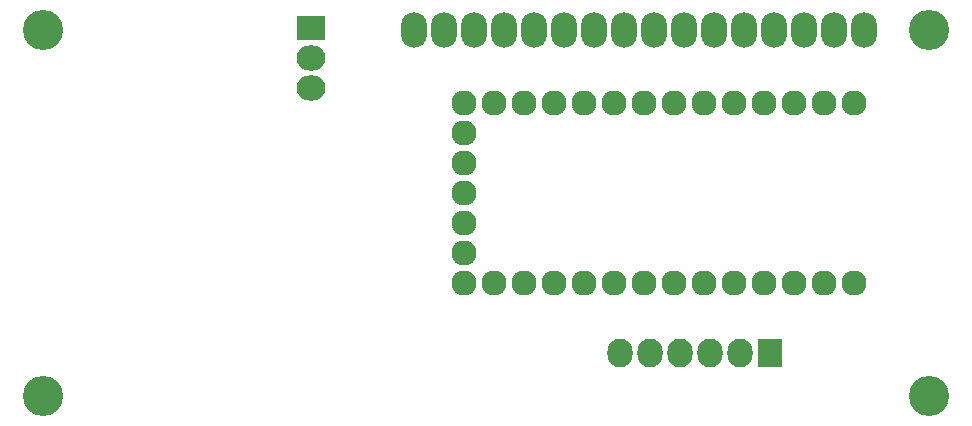
<source format=gbs>
G04 #@! TF.FileFunction,Soldermask,Bot*
%FSLAX46Y46*%
G04 Gerber Fmt 4.6, Leading zero omitted, Abs format (unit mm)*
G04 Created by KiCad (PCBNEW 4.0.1-3.201512221402+6198~38~ubuntu14.04.1-stable) date Sat 13 Aug 2016 05:43:18 PM PDT*
%MOMM*%
G01*
G04 APERTURE LIST*
%ADD10C,0.100000*%
%ADD11C,2.127200*%
%ADD12R,2.127200X2.432000*%
%ADD13O,2.127200X2.432000*%
%ADD14O,2.200000X3.000000*%
%ADD15C,3.400000*%
%ADD16R,2.432000X2.127200*%
%ADD17O,2.432000X2.127200*%
G04 APERTURE END LIST*
D10*
D11*
X168910000Y-106045000D03*
X166370000Y-106045000D03*
X163830000Y-106045000D03*
X161290000Y-106045000D03*
X158750000Y-106045000D03*
X156210000Y-106045000D03*
X153670000Y-106045000D03*
X151130000Y-106045000D03*
X148590000Y-106045000D03*
X146050000Y-106045000D03*
X143510000Y-106045000D03*
X140970000Y-106045000D03*
X138430000Y-106045000D03*
X135890000Y-106045000D03*
X135890000Y-108585000D03*
X135890000Y-111125000D03*
X135890000Y-113665000D03*
X135890000Y-116205000D03*
X135890000Y-118745000D03*
X135890000Y-121285000D03*
X143510000Y-121285000D03*
X163830000Y-121285000D03*
X148590000Y-121285000D03*
X146050000Y-121285000D03*
X166370000Y-121285000D03*
X158750000Y-121285000D03*
X168910000Y-121285000D03*
X156210000Y-121285000D03*
X153670000Y-121285000D03*
X151130000Y-121285000D03*
X161290000Y-121285000D03*
X138430000Y-121285000D03*
X140970000Y-121285000D03*
D12*
X161798000Y-127254000D03*
D13*
X159258000Y-127254000D03*
X156718000Y-127254000D03*
X154178000Y-127254000D03*
X151638000Y-127254000D03*
X149098000Y-127254000D03*
D14*
X169801540Y-99855020D03*
X167261540Y-99855020D03*
X164721540Y-99855020D03*
X162181540Y-99855020D03*
X159641540Y-99855020D03*
X157101540Y-99855020D03*
X154561540Y-99855020D03*
X152021540Y-99855020D03*
X149481540Y-99855020D03*
X146941540Y-99855020D03*
X144401540Y-99855020D03*
X141861540Y-99855020D03*
X139321540Y-99855020D03*
X136781540Y-99855020D03*
X134241540Y-99855020D03*
X131701540Y-99855020D03*
D15*
X175300640Y-99855020D03*
X175300640Y-130855720D03*
X100302060Y-130855720D03*
X100302060Y-99855020D03*
D16*
X122936000Y-99695000D03*
D17*
X122936000Y-102235000D03*
X122936000Y-104775000D03*
M02*

</source>
